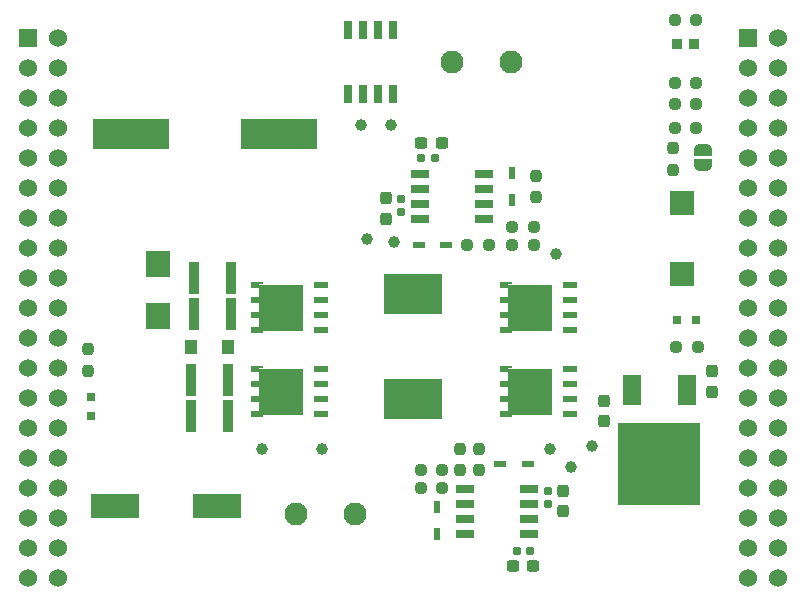
<source format=gts>
%TF.GenerationSoftware,KiCad,Pcbnew,7.0.2*%
%TF.CreationDate,2023-06-10T17:52:00+02:00*%
%TF.ProjectId,USBCPD_PCB,55534243-5044-45f5-9043-422e6b696361,rev?*%
%TF.SameCoordinates,Original*%
%TF.FileFunction,Soldermask,Top*%
%TF.FilePolarity,Negative*%
%FSLAX46Y46*%
G04 Gerber Fmt 4.6, Leading zero omitted, Abs format (unit mm)*
G04 Created by KiCad (PCBNEW 7.0.2) date 2023-06-10 17:52:00*
%MOMM*%
%LPD*%
G01*
G04 APERTURE LIST*
G04 Aperture macros list*
%AMRoundRect*
0 Rectangle with rounded corners*
0 $1 Rounding radius*
0 $2 $3 $4 $5 $6 $7 $8 $9 X,Y pos of 4 corners*
0 Add a 4 corners polygon primitive as box body*
4,1,4,$2,$3,$4,$5,$6,$7,$8,$9,$2,$3,0*
0 Add four circle primitives for the rounded corners*
1,1,$1+$1,$2,$3*
1,1,$1+$1,$4,$5*
1,1,$1+$1,$6,$7*
1,1,$1+$1,$8,$9*
0 Add four rect primitives between the rounded corners*
20,1,$1+$1,$2,$3,$4,$5,0*
20,1,$1+$1,$4,$5,$6,$7,0*
20,1,$1+$1,$6,$7,$8,$9,0*
20,1,$1+$1,$8,$9,$2,$3,0*%
%AMFreePoly0*
4,1,19,0.500000,-0.750000,0.000000,-0.750000,0.000000,-0.744911,-0.071157,-0.744911,-0.207708,-0.704816,-0.327430,-0.627875,-0.420627,-0.520320,-0.479746,-0.390866,-0.500000,-0.250000,-0.500000,0.250000,-0.479746,0.390866,-0.420627,0.520320,-0.327430,0.627875,-0.207708,0.704816,-0.071157,0.744911,0.000000,0.744911,0.000000,0.750000,0.500000,0.750000,0.500000,-0.750000,0.500000,-0.750000,
$1*%
%AMFreePoly1*
4,1,19,0.000000,0.744911,0.071157,0.744911,0.207708,0.704816,0.327430,0.627875,0.420627,0.520320,0.479746,0.390866,0.500000,0.250000,0.500000,-0.250000,0.479746,-0.390866,0.420627,-0.520320,0.327430,-0.627875,0.207708,-0.704816,0.071157,-0.744911,0.000000,-0.744911,0.000000,-0.750000,-0.500000,-0.750000,-0.500000,0.750000,0.000000,0.750000,0.000000,0.744911,0.000000,0.744911,
$1*%
G04 Aperture macros list end*
%ADD10R,1.100000X0.500000*%
%ADD11R,0.500000X1.100000*%
%ADD12R,2.000000X2.000000*%
%ADD13R,0.800000X0.800000*%
%ADD14R,0.950000X0.950000*%
%ADD15R,5.000000X3.400000*%
%ADD16C,1.950000*%
%ADD17R,1.500000X2.500000*%
%ADD18R,7.000000X7.000000*%
%ADD19R,1.528000X0.650000*%
%ADD20R,0.650000X1.528000*%
%ADD21R,2.150000X2.200000*%
%ADD22R,1.120000X1.220000*%
%ADD23R,6.500000X2.500000*%
%ADD24R,0.820000X2.720000*%
%ADD25R,4.050000X2.150000*%
%ADD26R,1.270000X0.610000*%
%ADD27R,0.710000X0.610000*%
%ADD28R,3.810000X3.910000*%
%ADD29R,0.310000X0.255000*%
%ADD30RoundRect,0.237500X-0.250000X-0.237500X0.250000X-0.237500X0.250000X0.237500X-0.250000X0.237500X0*%
%ADD31RoundRect,0.155000X-0.212500X-0.155000X0.212500X-0.155000X0.212500X0.155000X-0.212500X0.155000X0*%
%ADD32C,1.000000*%
%ADD33RoundRect,0.237500X-0.237500X0.250000X-0.237500X-0.250000X0.237500X-0.250000X0.237500X0.250000X0*%
%ADD34R,1.530000X1.530000*%
%ADD35C,1.530000*%
%ADD36RoundRect,0.237500X-0.237500X0.300000X-0.237500X-0.300000X0.237500X-0.300000X0.237500X0.300000X0*%
%ADD37RoundRect,0.155000X0.155000X-0.212500X0.155000X0.212500X-0.155000X0.212500X-0.155000X-0.212500X0*%
%ADD38RoundRect,0.237500X0.237500X-0.300000X0.237500X0.300000X-0.237500X0.300000X-0.237500X-0.300000X0*%
%ADD39RoundRect,0.237500X0.237500X-0.250000X0.237500X0.250000X-0.237500X0.250000X-0.237500X-0.250000X0*%
%ADD40RoundRect,0.237500X-0.300000X-0.237500X0.300000X-0.237500X0.300000X0.237500X-0.300000X0.237500X0*%
%ADD41RoundRect,0.237500X0.250000X0.237500X-0.250000X0.237500X-0.250000X-0.237500X0.250000X-0.237500X0*%
%ADD42RoundRect,0.155000X-0.155000X0.212500X-0.155000X-0.212500X0.155000X-0.212500X0.155000X0.212500X0*%
%ADD43FreePoly0,270.000000*%
%ADD44FreePoly1,270.000000*%
%ADD45RoundRect,0.155000X0.212500X0.155000X-0.212500X0.155000X-0.212500X-0.155000X0.212500X-0.155000X0*%
%ADD46RoundRect,0.237500X0.300000X0.237500X-0.300000X0.237500X-0.300000X-0.237500X0.300000X-0.237500X0*%
G04 APERTURE END LIST*
D10*
%TO.C,Z4*%
X144626000Y-96266000D03*
X142326000Y-96266000D03*
%TD*%
D11*
%TO.C,Z3*%
X150214000Y-90170000D03*
X150214000Y-92470000D03*
%TD*%
D10*
%TO.C,Z2*%
X149198000Y-114808000D03*
X151498000Y-114808000D03*
%TD*%
D11*
%TO.C,Z1*%
X143864000Y-120784000D03*
X143864000Y-118484000D03*
%TD*%
D12*
%TO.C,S1*%
X164592000Y-98758000D03*
X164592000Y-92758000D03*
%TD*%
D13*
%TO.C,LED3*%
X164146000Y-102616000D03*
X165746000Y-102616000D03*
%TD*%
D14*
%TO.C,LED2*%
X164108000Y-79248000D03*
X165608000Y-79248000D03*
%TD*%
D13*
%TO.C,LED1*%
X114554000Y-109144000D03*
X114554000Y-110744000D03*
%TD*%
D15*
%TO.C,L1*%
X141832000Y-109352000D03*
X141832000Y-100452000D03*
%TD*%
D16*
%TO.C,J2*%
X145074000Y-80818000D03*
X150074000Y-80818000D03*
%TD*%
%TO.C,J1*%
X136866000Y-119080000D03*
X131866000Y-119080000D03*
%TD*%
D17*
%TO.C,IC4*%
X164960000Y-108567000D03*
X160360000Y-108567000D03*
D18*
X162660000Y-114797000D03*
%TD*%
D19*
%TO.C,IC3*%
X142423000Y-90297000D03*
X142423000Y-91567000D03*
X142423000Y-92837000D03*
X142423000Y-94107000D03*
X147845000Y-94107000D03*
X147845000Y-92837000D03*
X147845000Y-91567000D03*
X147845000Y-90297000D03*
%TD*%
%TO.C,IC2*%
X151655000Y-120777000D03*
X151655000Y-119507000D03*
X151655000Y-118237000D03*
X151655000Y-116967000D03*
X146233000Y-116967000D03*
X146233000Y-118237000D03*
X146233000Y-119507000D03*
X146233000Y-120777000D03*
%TD*%
D20*
%TO.C,IC1*%
X136271000Y-83483000D03*
X137541000Y-83483000D03*
X138811000Y-83483000D03*
X140081000Y-83483000D03*
X140081000Y-78061000D03*
X138811000Y-78061000D03*
X137541000Y-78061000D03*
X136271000Y-78061000D03*
%TD*%
D21*
%TO.C,D2*%
X120242000Y-102276000D03*
X120242000Y-97876000D03*
%TD*%
D22*
%TO.C,D1*%
X126160000Y-104902000D03*
X122960000Y-104902000D03*
%TD*%
D23*
%TO.C,C8*%
X130456000Y-86868000D03*
X117956000Y-86868000D03*
%TD*%
D24*
%TO.C,C7*%
X123264000Y-99060000D03*
X126364000Y-99060000D03*
%TD*%
%TO.C,C6*%
X123264000Y-102108000D03*
X126364000Y-102108000D03*
%TD*%
%TO.C,C5*%
X123010000Y-107696000D03*
X126110000Y-107696000D03*
%TD*%
%TO.C,C3*%
X123010000Y-110744000D03*
X126110000Y-110744000D03*
%TD*%
D25*
%TO.C,C2*%
X125204000Y-118364000D03*
X116604000Y-118364000D03*
%TD*%
D26*
%TO.C,Q3*%
X134016000Y-103505000D03*
X134016000Y-102235000D03*
X134016000Y-100965000D03*
X134016000Y-99695000D03*
D27*
X128396000Y-99695000D03*
X128396000Y-100965000D03*
X128396000Y-102235000D03*
X128396000Y-103505000D03*
D28*
X130656000Y-101600000D03*
D29*
X128906000Y-99517000D03*
X128906000Y-103683000D03*
%TD*%
D30*
%TO.C,R1*%
X142447000Y-116840000D03*
X144272000Y-116840000D03*
%TD*%
%TO.C,R13*%
X163945500Y-82550000D03*
X165770500Y-82550000D03*
%TD*%
D31*
%TO.C,C13*%
X142494000Y-88900000D03*
X143629000Y-88900000D03*
%TD*%
D32*
%TO.C,TP6*%
X134112000Y-113538000D03*
%TD*%
D30*
%TO.C,R10*%
X163945500Y-77216000D03*
X165770500Y-77216000D03*
%TD*%
D32*
%TO.C,TP10*%
X153924000Y-97028000D03*
%TD*%
D30*
%TO.C,R11*%
X164071500Y-104902000D03*
X165896500Y-104902000D03*
%TD*%
D33*
%TO.C,R12*%
X152246000Y-90424000D03*
X152246000Y-92249000D03*
%TD*%
D30*
%TO.C,R5*%
X163945500Y-86360000D03*
X165770500Y-86360000D03*
%TD*%
D34*
%TO.C,U1*%
X109220000Y-78740000D03*
D35*
X111760000Y-78740000D03*
X109220000Y-81280000D03*
X111760000Y-81280000D03*
X109220000Y-83820000D03*
X111760000Y-83820000D03*
X109220000Y-86360000D03*
X111760000Y-86360000D03*
X109220000Y-88900000D03*
X111760000Y-88900000D03*
X109220000Y-91440000D03*
X111760000Y-91440000D03*
X109220000Y-93980000D03*
X111760000Y-93980000D03*
X109220000Y-96520000D03*
X111760000Y-96520000D03*
X109220000Y-99060000D03*
X111760000Y-99060000D03*
X109220000Y-101600000D03*
X111760000Y-101600000D03*
X109220000Y-104140000D03*
X111760000Y-104140000D03*
X109220000Y-106680000D03*
X111760000Y-106680000D03*
X109220000Y-109220000D03*
X111760000Y-109220000D03*
X109220000Y-111760000D03*
X111760000Y-111760000D03*
X109220000Y-114300000D03*
X111760000Y-114300000D03*
X109220000Y-116840000D03*
X111760000Y-116840000D03*
X109220000Y-119380000D03*
X111760000Y-119380000D03*
X109220000Y-121920000D03*
X111760000Y-121920000D03*
X109220000Y-124460000D03*
X111760000Y-124460000D03*
D34*
X170180000Y-78740000D03*
D35*
X172720000Y-78740000D03*
X170180000Y-81280000D03*
X172720000Y-81280000D03*
X170180000Y-83820000D03*
X172720000Y-83820000D03*
X170180000Y-86360000D03*
X172720000Y-86360000D03*
X170180000Y-88900000D03*
X172720000Y-88900000D03*
X170180000Y-91440000D03*
X172720000Y-91440000D03*
X170180000Y-93980000D03*
X172720000Y-93980000D03*
X170180000Y-96520000D03*
X172720000Y-96520000D03*
X170180000Y-99060000D03*
X172720000Y-99060000D03*
X170180000Y-101600000D03*
X172720000Y-101600000D03*
X170180000Y-104140000D03*
X172720000Y-104140000D03*
X170180000Y-106680000D03*
X172720000Y-106680000D03*
X170180000Y-109220000D03*
X172720000Y-109220000D03*
X170180000Y-111760000D03*
X172720000Y-111760000D03*
X170180000Y-114300000D03*
X172720000Y-114300000D03*
X170180000Y-116840000D03*
X172720000Y-116840000D03*
X170180000Y-119380000D03*
X172720000Y-119380000D03*
X170180000Y-121920000D03*
X172720000Y-121920000D03*
X170180000Y-124460000D03*
X172720000Y-124460000D03*
%TD*%
D32*
%TO.C,TP3*%
X155194000Y-115062000D03*
%TD*%
%TO.C,TP1*%
X156972000Y-113284000D03*
%TD*%
D36*
%TO.C,C11*%
X154532000Y-117094000D03*
X154532000Y-118819000D03*
%TD*%
D30*
%TO.C,R2*%
X142447000Y-115316000D03*
X144272000Y-115316000D03*
%TD*%
D32*
%TO.C,TP9*%
X140208000Y-96012000D03*
%TD*%
D37*
%TO.C,C12*%
X153262000Y-118229000D03*
X153262000Y-117094000D03*
%TD*%
D38*
%TO.C,C15*%
X139546000Y-94080500D03*
X139546000Y-92355500D03*
%TD*%
D39*
%TO.C,R3*%
X145796000Y-115363000D03*
X145796000Y-113538000D03*
%TD*%
D26*
%TO.C,Q4*%
X155098000Y-103505000D03*
X155098000Y-102235000D03*
X155098000Y-100965000D03*
X155098000Y-99695000D03*
D27*
X149478000Y-99695000D03*
X149478000Y-100965000D03*
X149478000Y-102235000D03*
X149478000Y-103505000D03*
D28*
X151738000Y-101600000D03*
D29*
X149988000Y-99517000D03*
X149988000Y-103683000D03*
%TD*%
D30*
%TO.C,R15*%
X146404000Y-96266000D03*
X148229000Y-96266000D03*
%TD*%
D32*
%TO.C,TP8*%
X139954000Y-86106000D03*
%TD*%
D40*
%TO.C,C14*%
X142494000Y-87630000D03*
X144219000Y-87630000D03*
%TD*%
D41*
%TO.C,R14*%
X165770500Y-84328000D03*
X163945500Y-84328000D03*
%TD*%
D39*
%TO.C,R8*%
X163830000Y-89916000D03*
X163830000Y-88091000D03*
%TD*%
D32*
%TO.C,TP5*%
X137414000Y-86106000D03*
%TD*%
D38*
%TO.C,C1*%
X167132000Y-108712000D03*
X167132000Y-106987000D03*
%TD*%
D36*
%TO.C,C4*%
X157988000Y-109474000D03*
X157988000Y-111199000D03*
%TD*%
D42*
%TO.C,C16*%
X140816000Y-92396500D03*
X140816000Y-93531500D03*
%TD*%
D26*
%TO.C,Q2*%
X155098000Y-110617000D03*
X155098000Y-109347000D03*
X155098000Y-108077000D03*
X155098000Y-106807000D03*
D27*
X149478000Y-106807000D03*
X149478000Y-108077000D03*
X149478000Y-109347000D03*
X149478000Y-110617000D03*
D28*
X151738000Y-108712000D03*
D29*
X149988000Y-106629000D03*
X149988000Y-110795000D03*
%TD*%
D43*
%TO.C,JP1*%
X166370000Y-88250000D03*
D44*
X166370000Y-89550000D03*
%TD*%
D32*
%TO.C,TP4*%
X137922000Y-95758000D03*
%TD*%
D45*
%TO.C,C9*%
X151697500Y-122174000D03*
X150562500Y-122174000D03*
%TD*%
D46*
%TO.C,C10*%
X151992500Y-123444000D03*
X150267500Y-123444000D03*
%TD*%
D26*
%TO.C,Q1*%
X134016000Y-110617000D03*
X134016000Y-109347000D03*
X134016000Y-108077000D03*
X134016000Y-106807000D03*
D27*
X128396000Y-106807000D03*
X128396000Y-108077000D03*
X128396000Y-109347000D03*
X128396000Y-110617000D03*
D28*
X130656000Y-108712000D03*
D29*
X128906000Y-106629000D03*
X128906000Y-110795000D03*
%TD*%
D33*
%TO.C,R9*%
X114300000Y-105109000D03*
X114300000Y-106934000D03*
%TD*%
D32*
%TO.C,TP2*%
X129032000Y-113538000D03*
%TD*%
D41*
%TO.C,R7*%
X152039000Y-96266000D03*
X150214000Y-96266000D03*
%TD*%
D39*
%TO.C,R4*%
X147420000Y-115363000D03*
X147420000Y-113538000D03*
%TD*%
D41*
%TO.C,R6*%
X152039000Y-94742000D03*
X150214000Y-94742000D03*
%TD*%
D32*
%TO.C,TP7*%
X153416000Y-113538000D03*
%TD*%
M02*

</source>
